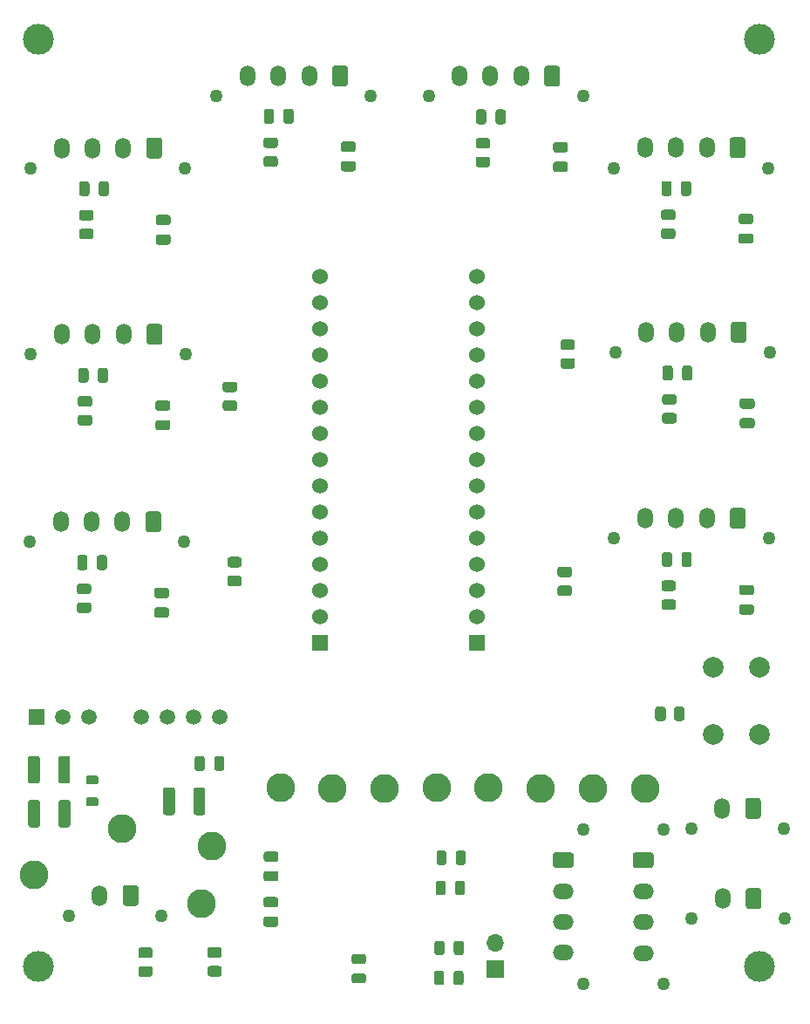
<source format=gbs>
G04 #@! TF.GenerationSoftware,KiCad,Pcbnew,(5.1.9)-1*
G04 #@! TF.CreationDate,2021-04-03T20:33:06-05:00*
G04 #@! TF.ProjectId,RTDTemp,52544454-656d-4702-9e6b-696361645f70,1.0.0*
G04 #@! TF.SameCoordinates,Original*
G04 #@! TF.FileFunction,Soldermask,Bot*
G04 #@! TF.FilePolarity,Negative*
%FSLAX46Y46*%
G04 Gerber Fmt 4.6, Leading zero omitted, Abs format (unit mm)*
G04 Created by KiCad (PCBNEW (5.1.9)-1) date 2021-04-03 20:33:06*
%MOMM*%
%LPD*%
G01*
G04 APERTURE LIST*
%ADD10R,1.700000X1.700000*%
%ADD11O,1.700000X1.700000*%
%ADD12C,2.800000*%
%ADD13C,1.270000*%
%ADD14O,2.020000X1.500000*%
%ADD15O,1.500000X2.020000*%
%ADD16R,1.508000X1.508000*%
%ADD17C,1.508000*%
%ADD18R,1.530000X1.530000*%
%ADD19C,1.530000*%
%ADD20C,2.000000*%
%ADD21C,3.000000*%
G04 APERTURE END LIST*
D10*
X69370000Y-115240000D03*
D11*
X69370000Y-112700000D03*
D12*
X78870000Y-97700000D03*
D13*
X77910000Y-101680000D03*
X77910000Y-116680000D03*
G36*
G01*
X75190000Y-103930000D02*
X76710000Y-103930000D01*
G75*
G02*
X76960000Y-104180000I0J-250000D01*
G01*
X76960000Y-105180000D01*
G75*
G02*
X76710000Y-105430000I-250000J0D01*
G01*
X75190000Y-105430000D01*
G75*
G02*
X74940000Y-105180000I0J250000D01*
G01*
X74940000Y-104180000D01*
G75*
G02*
X75190000Y-103930000I250000J0D01*
G01*
G37*
D14*
X75950000Y-107680000D03*
X75950000Y-110680000D03*
X75950000Y-113680000D03*
D13*
X85675000Y-101690000D03*
X85675000Y-116690000D03*
G36*
G01*
X82955000Y-103940000D02*
X84475000Y-103940000D01*
G75*
G02*
X84725000Y-104190000I0J-250000D01*
G01*
X84725000Y-105190000D01*
G75*
G02*
X84475000Y-105440000I-250000J0D01*
G01*
X82955000Y-105440000D01*
G75*
G02*
X82705000Y-105190000I0J250000D01*
G01*
X82705000Y-104190000D01*
G75*
G02*
X82955000Y-103940000I250000J0D01*
G01*
G37*
D14*
X83715000Y-107690000D03*
X83715000Y-110690000D03*
X83715000Y-113690000D03*
G36*
G01*
X86650001Y-80385000D02*
X85749999Y-80385000D01*
G75*
G02*
X85500000Y-80135001I0J249999D01*
G01*
X85500000Y-79609999D01*
G75*
G02*
X85749999Y-79360000I249999J0D01*
G01*
X86650001Y-79360000D01*
G75*
G02*
X86900000Y-79609999I0J-249999D01*
G01*
X86900000Y-80135001D01*
G75*
G02*
X86650001Y-80385000I-249999J0D01*
G01*
G37*
G36*
G01*
X86650001Y-78560000D02*
X85749999Y-78560000D01*
G75*
G02*
X85500000Y-78310001I0J249999D01*
G01*
X85500000Y-77784999D01*
G75*
G02*
X85749999Y-77535000I249999J0D01*
G01*
X86650001Y-77535000D01*
G75*
G02*
X86900000Y-77784999I0J-249999D01*
G01*
X86900000Y-78310001D01*
G75*
G02*
X86650001Y-78560000I-249999J0D01*
G01*
G37*
D15*
X83900000Y-71500000D03*
X86900000Y-71500000D03*
X89900000Y-71500000D03*
G36*
G01*
X93650000Y-70740000D02*
X93650000Y-72260000D01*
G75*
G02*
X93400000Y-72510000I-250000J0D01*
G01*
X92400000Y-72510000D01*
G75*
G02*
X92150000Y-72260000I0J250000D01*
G01*
X92150000Y-70740000D01*
G75*
G02*
X92400000Y-70490000I250000J0D01*
G01*
X93400000Y-70490000D01*
G75*
G02*
X93650000Y-70740000I0J-250000D01*
G01*
G37*
D13*
X80900000Y-73460000D03*
X95900000Y-73460000D03*
G36*
G01*
X88440000Y-75025000D02*
X88440000Y-75975000D01*
G75*
G02*
X88190000Y-76225000I-250000J0D01*
G01*
X87690000Y-76225000D01*
G75*
G02*
X87440000Y-75975000I0J250000D01*
G01*
X87440000Y-75025000D01*
G75*
G02*
X87690000Y-74775000I250000J0D01*
G01*
X88190000Y-74775000D01*
G75*
G02*
X88440000Y-75025000I0J-250000D01*
G01*
G37*
G36*
G01*
X86540000Y-75025000D02*
X86540000Y-75975000D01*
G75*
G02*
X86290000Y-76225000I-250000J0D01*
G01*
X85790000Y-76225000D01*
G75*
G02*
X85540000Y-75975000I0J250000D01*
G01*
X85540000Y-75025000D01*
G75*
G02*
X85790000Y-74775000I250000J0D01*
G01*
X86290000Y-74775000D01*
G75*
G02*
X86540000Y-75025000I0J-250000D01*
G01*
G37*
G36*
G01*
X94225000Y-80860000D02*
X93275000Y-80860000D01*
G75*
G02*
X93025000Y-80610000I0J250000D01*
G01*
X93025000Y-80110000D01*
G75*
G02*
X93275000Y-79860000I250000J0D01*
G01*
X94225000Y-79860000D01*
G75*
G02*
X94475000Y-80110000I0J-250000D01*
G01*
X94475000Y-80610000D01*
G75*
G02*
X94225000Y-80860000I-250000J0D01*
G01*
G37*
G36*
G01*
X94225000Y-78960000D02*
X93275000Y-78960000D01*
G75*
G02*
X93025000Y-78710000I0J250000D01*
G01*
X93025000Y-78210000D01*
G75*
G02*
X93275000Y-77960000I250000J0D01*
G01*
X94225000Y-77960000D01*
G75*
G02*
X94475000Y-78210000I0J-250000D01*
G01*
X94475000Y-78710000D01*
G75*
G02*
X94225000Y-78960000I-250000J0D01*
G01*
G37*
G36*
G01*
X29870001Y-78870000D02*
X28969999Y-78870000D01*
G75*
G02*
X28720000Y-78620001I0J249999D01*
G01*
X28720000Y-78094999D01*
G75*
G02*
X28969999Y-77845000I249999J0D01*
G01*
X29870001Y-77845000D01*
G75*
G02*
X30120000Y-78094999I0J-249999D01*
G01*
X30120000Y-78620001D01*
G75*
G02*
X29870001Y-78870000I-249999J0D01*
G01*
G37*
G36*
G01*
X29870001Y-80695000D02*
X28969999Y-80695000D01*
G75*
G02*
X28720000Y-80445001I0J249999D01*
G01*
X28720000Y-79919999D01*
G75*
G02*
X28969999Y-79670000I249999J0D01*
G01*
X29870001Y-79670000D01*
G75*
G02*
X30120000Y-79919999I0J-249999D01*
G01*
X30120000Y-80445001D01*
G75*
G02*
X29870001Y-80695000I-249999J0D01*
G01*
G37*
X39160000Y-73800000D03*
X24160000Y-73800000D03*
G36*
G01*
X36910000Y-71080000D02*
X36910000Y-72600000D01*
G75*
G02*
X36660000Y-72850000I-250000J0D01*
G01*
X35660000Y-72850000D01*
G75*
G02*
X35410000Y-72600000I0J250000D01*
G01*
X35410000Y-71080000D01*
G75*
G02*
X35660000Y-70830000I250000J0D01*
G01*
X36660000Y-70830000D01*
G75*
G02*
X36910000Y-71080000I0J-250000D01*
G01*
G37*
D15*
X33160000Y-71840000D03*
X30160000Y-71840000D03*
X27160000Y-71840000D03*
G36*
G01*
X29760000Y-75325000D02*
X29760000Y-76275000D01*
G75*
G02*
X29510000Y-76525000I-250000J0D01*
G01*
X29010000Y-76525000D01*
G75*
G02*
X28760000Y-76275000I0J250000D01*
G01*
X28760000Y-75325000D01*
G75*
G02*
X29010000Y-75075000I250000J0D01*
G01*
X29510000Y-75075000D01*
G75*
G02*
X29760000Y-75325000I0J-250000D01*
G01*
G37*
G36*
G01*
X31660000Y-75325000D02*
X31660000Y-76275000D01*
G75*
G02*
X31410000Y-76525000I-250000J0D01*
G01*
X30910000Y-76525000D01*
G75*
G02*
X30660000Y-76275000I0J250000D01*
G01*
X30660000Y-75325000D01*
G75*
G02*
X30910000Y-75075000I250000J0D01*
G01*
X31410000Y-75075000D01*
G75*
G02*
X31660000Y-75325000I0J-250000D01*
G01*
G37*
G36*
G01*
X37435000Y-79250000D02*
X36485000Y-79250000D01*
G75*
G02*
X36235000Y-79000000I0J250000D01*
G01*
X36235000Y-78500000D01*
G75*
G02*
X36485000Y-78250000I250000J0D01*
G01*
X37435000Y-78250000D01*
G75*
G02*
X37685000Y-78500000I0J-250000D01*
G01*
X37685000Y-79000000D01*
G75*
G02*
X37435000Y-79250000I-250000J0D01*
G01*
G37*
G36*
G01*
X37435000Y-81150000D02*
X36485000Y-81150000D01*
G75*
G02*
X36235000Y-80900000I0J250000D01*
G01*
X36235000Y-80400000D01*
G75*
G02*
X36485000Y-80150000I250000J0D01*
G01*
X37435000Y-80150000D01*
G75*
G02*
X37685000Y-80400000I0J-250000D01*
G01*
X37685000Y-80900000D01*
G75*
G02*
X37435000Y-81150000I-250000J0D01*
G01*
G37*
G36*
G01*
X86710001Y-60472500D02*
X85809999Y-60472500D01*
G75*
G02*
X85560000Y-60222501I0J249999D01*
G01*
X85560000Y-59697499D01*
G75*
G02*
X85809999Y-59447500I249999J0D01*
G01*
X86710001Y-59447500D01*
G75*
G02*
X86960000Y-59697499I0J-249999D01*
G01*
X86960000Y-60222501D01*
G75*
G02*
X86710001Y-60472500I-249999J0D01*
G01*
G37*
G36*
G01*
X86710001Y-62297500D02*
X85809999Y-62297500D01*
G75*
G02*
X85560000Y-62047501I0J249999D01*
G01*
X85560000Y-61522499D01*
G75*
G02*
X85809999Y-61272500I249999J0D01*
G01*
X86710001Y-61272500D01*
G75*
G02*
X86960000Y-61522499I0J-249999D01*
G01*
X86960000Y-62047501D01*
G75*
G02*
X86710001Y-62297500I-249999J0D01*
G01*
G37*
D13*
X96000000Y-55390000D03*
X81000000Y-55390000D03*
G36*
G01*
X93750000Y-52670000D02*
X93750000Y-54190000D01*
G75*
G02*
X93500000Y-54440000I-250000J0D01*
G01*
X92500000Y-54440000D01*
G75*
G02*
X92250000Y-54190000I0J250000D01*
G01*
X92250000Y-52670000D01*
G75*
G02*
X92500000Y-52420000I250000J0D01*
G01*
X93500000Y-52420000D01*
G75*
G02*
X93750000Y-52670000I0J-250000D01*
G01*
G37*
D15*
X90000000Y-53430000D03*
X87000000Y-53430000D03*
X84000000Y-53430000D03*
G36*
G01*
X86600000Y-56925000D02*
X86600000Y-57875000D01*
G75*
G02*
X86350000Y-58125000I-250000J0D01*
G01*
X85850000Y-58125000D01*
G75*
G02*
X85600000Y-57875000I0J250000D01*
G01*
X85600000Y-56925000D01*
G75*
G02*
X85850000Y-56675000I250000J0D01*
G01*
X86350000Y-56675000D01*
G75*
G02*
X86600000Y-56925000I0J-250000D01*
G01*
G37*
G36*
G01*
X88500000Y-56925000D02*
X88500000Y-57875000D01*
G75*
G02*
X88250000Y-58125000I-250000J0D01*
G01*
X87750000Y-58125000D01*
G75*
G02*
X87500000Y-57875000I0J250000D01*
G01*
X87500000Y-56925000D01*
G75*
G02*
X87750000Y-56675000I250000J0D01*
G01*
X88250000Y-56675000D01*
G75*
G02*
X88500000Y-56925000I0J-250000D01*
G01*
G37*
G36*
G01*
X94295000Y-60860000D02*
X93345000Y-60860000D01*
G75*
G02*
X93095000Y-60610000I0J250000D01*
G01*
X93095000Y-60110000D01*
G75*
G02*
X93345000Y-59860000I250000J0D01*
G01*
X94295000Y-59860000D01*
G75*
G02*
X94545000Y-60110000I0J-250000D01*
G01*
X94545000Y-60610000D01*
G75*
G02*
X94295000Y-60860000I-250000J0D01*
G01*
G37*
G36*
G01*
X94295000Y-62760000D02*
X93345000Y-62760000D01*
G75*
G02*
X93095000Y-62510000I0J250000D01*
G01*
X93095000Y-62010000D01*
G75*
G02*
X93345000Y-61760000I250000J0D01*
G01*
X94295000Y-61760000D01*
G75*
G02*
X94545000Y-62010000I0J-250000D01*
G01*
X94545000Y-62510000D01*
G75*
G02*
X94295000Y-62760000I-250000J0D01*
G01*
G37*
G36*
G01*
X29970001Y-60670000D02*
X29069999Y-60670000D01*
G75*
G02*
X28820000Y-60420001I0J249999D01*
G01*
X28820000Y-59894999D01*
G75*
G02*
X29069999Y-59645000I249999J0D01*
G01*
X29970001Y-59645000D01*
G75*
G02*
X30220000Y-59894999I0J-249999D01*
G01*
X30220000Y-60420001D01*
G75*
G02*
X29970001Y-60670000I-249999J0D01*
G01*
G37*
G36*
G01*
X29970001Y-62495000D02*
X29069999Y-62495000D01*
G75*
G02*
X28820000Y-62245001I0J249999D01*
G01*
X28820000Y-61719999D01*
G75*
G02*
X29069999Y-61470000I249999J0D01*
G01*
X29970001Y-61470000D01*
G75*
G02*
X30220000Y-61719999I0J-249999D01*
G01*
X30220000Y-62245001D01*
G75*
G02*
X29970001Y-62495000I-249999J0D01*
G01*
G37*
D13*
X39270000Y-55600000D03*
X24270000Y-55600000D03*
G36*
G01*
X37020000Y-52880000D02*
X37020000Y-54400000D01*
G75*
G02*
X36770000Y-54650000I-250000J0D01*
G01*
X35770000Y-54650000D01*
G75*
G02*
X35520000Y-54400000I0J250000D01*
G01*
X35520000Y-52880000D01*
G75*
G02*
X35770000Y-52630000I250000J0D01*
G01*
X36770000Y-52630000D01*
G75*
G02*
X37020000Y-52880000I0J-250000D01*
G01*
G37*
D15*
X33270000Y-53640000D03*
X30270000Y-53640000D03*
X27270000Y-53640000D03*
G36*
G01*
X29860000Y-57145000D02*
X29860000Y-58095000D01*
G75*
G02*
X29610000Y-58345000I-250000J0D01*
G01*
X29110000Y-58345000D01*
G75*
G02*
X28860000Y-58095000I0J250000D01*
G01*
X28860000Y-57145000D01*
G75*
G02*
X29110000Y-56895000I250000J0D01*
G01*
X29610000Y-56895000D01*
G75*
G02*
X29860000Y-57145000I0J-250000D01*
G01*
G37*
G36*
G01*
X31760000Y-57145000D02*
X31760000Y-58095000D01*
G75*
G02*
X31510000Y-58345000I-250000J0D01*
G01*
X31010000Y-58345000D01*
G75*
G02*
X30760000Y-58095000I0J250000D01*
G01*
X30760000Y-57145000D01*
G75*
G02*
X31010000Y-56895000I250000J0D01*
G01*
X31510000Y-56895000D01*
G75*
G02*
X31760000Y-57145000I0J-250000D01*
G01*
G37*
G36*
G01*
X37555000Y-61060000D02*
X36605000Y-61060000D01*
G75*
G02*
X36355000Y-60810000I0J250000D01*
G01*
X36355000Y-60310000D01*
G75*
G02*
X36605000Y-60060000I250000J0D01*
G01*
X37555000Y-60060000D01*
G75*
G02*
X37805000Y-60310000I0J-250000D01*
G01*
X37805000Y-60810000D01*
G75*
G02*
X37555000Y-61060000I-250000J0D01*
G01*
G37*
G36*
G01*
X37555000Y-62960000D02*
X36605000Y-62960000D01*
G75*
G02*
X36355000Y-62710000I0J250000D01*
G01*
X36355000Y-62210000D01*
G75*
G02*
X36605000Y-61960000I250000J0D01*
G01*
X37555000Y-61960000D01*
G75*
G02*
X37805000Y-62210000I0J-250000D01*
G01*
X37805000Y-62710000D01*
G75*
G02*
X37555000Y-62960000I-250000J0D01*
G01*
G37*
G36*
G01*
X86600001Y-44385000D02*
X85699999Y-44385000D01*
G75*
G02*
X85450000Y-44135001I0J249999D01*
G01*
X85450000Y-43609999D01*
G75*
G02*
X85699999Y-43360000I249999J0D01*
G01*
X86600001Y-43360000D01*
G75*
G02*
X86850000Y-43609999I0J-249999D01*
G01*
X86850000Y-44135001D01*
G75*
G02*
X86600001Y-44385000I-249999J0D01*
G01*
G37*
G36*
G01*
X86600001Y-42560000D02*
X85699999Y-42560000D01*
G75*
G02*
X85450000Y-42310001I0J249999D01*
G01*
X85450000Y-41784999D01*
G75*
G02*
X85699999Y-41535000I249999J0D01*
G01*
X86600001Y-41535000D01*
G75*
G02*
X86850000Y-41784999I0J-249999D01*
G01*
X86850000Y-42310001D01*
G75*
G02*
X86600001Y-42560000I-249999J0D01*
G01*
G37*
X83890000Y-35530000D03*
X86890000Y-35530000D03*
X89890000Y-35530000D03*
G36*
G01*
X93640000Y-34770000D02*
X93640000Y-36290000D01*
G75*
G02*
X93390000Y-36540000I-250000J0D01*
G01*
X92390000Y-36540000D01*
G75*
G02*
X92140000Y-36290000I0J250000D01*
G01*
X92140000Y-34770000D01*
G75*
G02*
X92390000Y-34520000I250000J0D01*
G01*
X93390000Y-34520000D01*
G75*
G02*
X93640000Y-34770000I0J-250000D01*
G01*
G37*
D13*
X80890000Y-37490000D03*
X95890000Y-37490000D03*
G36*
G01*
X88390000Y-39015000D02*
X88390000Y-39965000D01*
G75*
G02*
X88140000Y-40215000I-250000J0D01*
G01*
X87640000Y-40215000D01*
G75*
G02*
X87390000Y-39965000I0J250000D01*
G01*
X87390000Y-39015000D01*
G75*
G02*
X87640000Y-38765000I250000J0D01*
G01*
X88140000Y-38765000D01*
G75*
G02*
X88390000Y-39015000I0J-250000D01*
G01*
G37*
G36*
G01*
X86490000Y-39015000D02*
X86490000Y-39965000D01*
G75*
G02*
X86240000Y-40215000I-250000J0D01*
G01*
X85740000Y-40215000D01*
G75*
G02*
X85490000Y-39965000I0J250000D01*
G01*
X85490000Y-39015000D01*
G75*
G02*
X85740000Y-38765000I250000J0D01*
G01*
X86240000Y-38765000D01*
G75*
G02*
X86490000Y-39015000I0J-250000D01*
G01*
G37*
G36*
G01*
X94175000Y-44850000D02*
X93225000Y-44850000D01*
G75*
G02*
X92975000Y-44600000I0J250000D01*
G01*
X92975000Y-44100000D01*
G75*
G02*
X93225000Y-43850000I250000J0D01*
G01*
X94175000Y-43850000D01*
G75*
G02*
X94425000Y-44100000I0J-250000D01*
G01*
X94425000Y-44600000D01*
G75*
G02*
X94175000Y-44850000I-250000J0D01*
G01*
G37*
G36*
G01*
X94175000Y-42950000D02*
X93225000Y-42950000D01*
G75*
G02*
X92975000Y-42700000I0J250000D01*
G01*
X92975000Y-42200000D01*
G75*
G02*
X93225000Y-41950000I250000J0D01*
G01*
X94175000Y-41950000D01*
G75*
G02*
X94425000Y-42200000I0J-250000D01*
G01*
X94425000Y-42700000D01*
G75*
G02*
X94175000Y-42950000I-250000J0D01*
G01*
G37*
G36*
G01*
X68610001Y-35600000D02*
X67709999Y-35600000D01*
G75*
G02*
X67460000Y-35350001I0J249999D01*
G01*
X67460000Y-34824999D01*
G75*
G02*
X67709999Y-34575000I249999J0D01*
G01*
X68610001Y-34575000D01*
G75*
G02*
X68860000Y-34824999I0J-249999D01*
G01*
X68860000Y-35350001D01*
G75*
G02*
X68610001Y-35600000I-249999J0D01*
G01*
G37*
G36*
G01*
X68610001Y-37425000D02*
X67709999Y-37425000D01*
G75*
G02*
X67460000Y-37175001I0J249999D01*
G01*
X67460000Y-36649999D01*
G75*
G02*
X67709999Y-36400000I249999J0D01*
G01*
X68610001Y-36400000D01*
G75*
G02*
X68860000Y-36649999I0J-249999D01*
G01*
X68860000Y-37175001D01*
G75*
G02*
X68610001Y-37425000I-249999J0D01*
G01*
G37*
X77880000Y-30540000D03*
X62880000Y-30540000D03*
G36*
G01*
X75630000Y-27820000D02*
X75630000Y-29340000D01*
G75*
G02*
X75380000Y-29590000I-250000J0D01*
G01*
X74380000Y-29590000D01*
G75*
G02*
X74130000Y-29340000I0J250000D01*
G01*
X74130000Y-27820000D01*
G75*
G02*
X74380000Y-27570000I250000J0D01*
G01*
X75380000Y-27570000D01*
G75*
G02*
X75630000Y-27820000I0J-250000D01*
G01*
G37*
D15*
X71880000Y-28580000D03*
X68880000Y-28580000D03*
X65880000Y-28580000D03*
G36*
G01*
X68480000Y-32055000D02*
X68480000Y-33005000D01*
G75*
G02*
X68230000Y-33255000I-250000J0D01*
G01*
X67730000Y-33255000D01*
G75*
G02*
X67480000Y-33005000I0J250000D01*
G01*
X67480000Y-32055000D01*
G75*
G02*
X67730000Y-31805000I250000J0D01*
G01*
X68230000Y-31805000D01*
G75*
G02*
X68480000Y-32055000I0J-250000D01*
G01*
G37*
G36*
G01*
X70380000Y-32055000D02*
X70380000Y-33005000D01*
G75*
G02*
X70130000Y-33255000I-250000J0D01*
G01*
X69630000Y-33255000D01*
G75*
G02*
X69380000Y-33005000I0J250000D01*
G01*
X69380000Y-32055000D01*
G75*
G02*
X69630000Y-31805000I250000J0D01*
G01*
X70130000Y-31805000D01*
G75*
G02*
X70380000Y-32055000I0J-250000D01*
G01*
G37*
G36*
G01*
X76165000Y-35990000D02*
X75215000Y-35990000D01*
G75*
G02*
X74965000Y-35740000I0J250000D01*
G01*
X74965000Y-35240000D01*
G75*
G02*
X75215000Y-34990000I250000J0D01*
G01*
X76165000Y-34990000D01*
G75*
G02*
X76415000Y-35240000I0J-250000D01*
G01*
X76415000Y-35740000D01*
G75*
G02*
X76165000Y-35990000I-250000J0D01*
G01*
G37*
G36*
G01*
X76165000Y-37890000D02*
X75215000Y-37890000D01*
G75*
G02*
X74965000Y-37640000I0J250000D01*
G01*
X74965000Y-37140000D01*
G75*
G02*
X75215000Y-36890000I250000J0D01*
G01*
X76165000Y-36890000D01*
G75*
G02*
X76415000Y-37140000I0J-250000D01*
G01*
X76415000Y-37640000D01*
G75*
G02*
X76165000Y-37890000I-250000J0D01*
G01*
G37*
G36*
G01*
X48000001Y-35560000D02*
X47099999Y-35560000D01*
G75*
G02*
X46850000Y-35310001I0J249999D01*
G01*
X46850000Y-34784999D01*
G75*
G02*
X47099999Y-34535000I249999J0D01*
G01*
X48000001Y-34535000D01*
G75*
G02*
X48250000Y-34784999I0J-249999D01*
G01*
X48250000Y-35310001D01*
G75*
G02*
X48000001Y-35560000I-249999J0D01*
G01*
G37*
G36*
G01*
X48000001Y-37385000D02*
X47099999Y-37385000D01*
G75*
G02*
X46850000Y-37135001I0J249999D01*
G01*
X46850000Y-36609999D01*
G75*
G02*
X47099999Y-36360000I249999J0D01*
G01*
X48000001Y-36360000D01*
G75*
G02*
X48250000Y-36609999I0J-249999D01*
G01*
X48250000Y-37135001D01*
G75*
G02*
X48000001Y-37385000I-249999J0D01*
G01*
G37*
D13*
X57290000Y-30510000D03*
X42290000Y-30510000D03*
G36*
G01*
X55040000Y-27790000D02*
X55040000Y-29310000D01*
G75*
G02*
X54790000Y-29560000I-250000J0D01*
G01*
X53790000Y-29560000D01*
G75*
G02*
X53540000Y-29310000I0J250000D01*
G01*
X53540000Y-27790000D01*
G75*
G02*
X53790000Y-27540000I250000J0D01*
G01*
X54790000Y-27540000D01*
G75*
G02*
X55040000Y-27790000I0J-250000D01*
G01*
G37*
D15*
X51290000Y-28550000D03*
X48290000Y-28550000D03*
X45290000Y-28550000D03*
G36*
G01*
X47880000Y-32005000D02*
X47880000Y-32955000D01*
G75*
G02*
X47630000Y-33205000I-250000J0D01*
G01*
X47130000Y-33205000D01*
G75*
G02*
X46880000Y-32955000I0J250000D01*
G01*
X46880000Y-32005000D01*
G75*
G02*
X47130000Y-31755000I250000J0D01*
G01*
X47630000Y-31755000D01*
G75*
G02*
X47880000Y-32005000I0J-250000D01*
G01*
G37*
G36*
G01*
X49780000Y-32005000D02*
X49780000Y-32955000D01*
G75*
G02*
X49530000Y-33205000I-250000J0D01*
G01*
X49030000Y-33205000D01*
G75*
G02*
X48780000Y-32955000I0J250000D01*
G01*
X48780000Y-32005000D01*
G75*
G02*
X49030000Y-31755000I250000J0D01*
G01*
X49530000Y-31755000D01*
G75*
G02*
X49780000Y-32005000I0J-250000D01*
G01*
G37*
G36*
G01*
X55565000Y-35930000D02*
X54615000Y-35930000D01*
G75*
G02*
X54365000Y-35680000I0J250000D01*
G01*
X54365000Y-35180000D01*
G75*
G02*
X54615000Y-34930000I250000J0D01*
G01*
X55565000Y-34930000D01*
G75*
G02*
X55815000Y-35180000I0J-250000D01*
G01*
X55815000Y-35680000D01*
G75*
G02*
X55565000Y-35930000I-250000J0D01*
G01*
G37*
G36*
G01*
X55565000Y-37830000D02*
X54615000Y-37830000D01*
G75*
G02*
X54365000Y-37580000I0J250000D01*
G01*
X54365000Y-37080000D01*
G75*
G02*
X54615000Y-36830000I250000J0D01*
G01*
X55565000Y-36830000D01*
G75*
G02*
X55815000Y-37080000I0J-250000D01*
G01*
X55815000Y-37580000D01*
G75*
G02*
X55565000Y-37830000I-250000J0D01*
G01*
G37*
G36*
G01*
X30100001Y-42600000D02*
X29199999Y-42600000D01*
G75*
G02*
X28950000Y-42350001I0J249999D01*
G01*
X28950000Y-41824999D01*
G75*
G02*
X29199999Y-41575000I249999J0D01*
G01*
X30100001Y-41575000D01*
G75*
G02*
X30350000Y-41824999I0J-249999D01*
G01*
X30350000Y-42350001D01*
G75*
G02*
X30100001Y-42600000I-249999J0D01*
G01*
G37*
G36*
G01*
X30100001Y-44425000D02*
X29199999Y-44425000D01*
G75*
G02*
X28950000Y-44175001I0J249999D01*
G01*
X28950000Y-43649999D01*
G75*
G02*
X29199999Y-43400000I249999J0D01*
G01*
X30100001Y-43400000D01*
G75*
G02*
X30350000Y-43649999I0J-249999D01*
G01*
X30350000Y-44175001D01*
G75*
G02*
X30100001Y-44425000I-249999J0D01*
G01*
G37*
D13*
X39240000Y-37510000D03*
X24240000Y-37510000D03*
G36*
G01*
X36990000Y-34790000D02*
X36990000Y-36310000D01*
G75*
G02*
X36740000Y-36560000I-250000J0D01*
G01*
X35740000Y-36560000D01*
G75*
G02*
X35490000Y-36310000I0J250000D01*
G01*
X35490000Y-34790000D01*
G75*
G02*
X35740000Y-34540000I250000J0D01*
G01*
X36740000Y-34540000D01*
G75*
G02*
X36990000Y-34790000I0J-250000D01*
G01*
G37*
D15*
X33240000Y-35550000D03*
X30240000Y-35550000D03*
X27240000Y-35550000D03*
G36*
G01*
X29950000Y-39035000D02*
X29950000Y-39985000D01*
G75*
G02*
X29700000Y-40235000I-250000J0D01*
G01*
X29200000Y-40235000D01*
G75*
G02*
X28950000Y-39985000I0J250000D01*
G01*
X28950000Y-39035000D01*
G75*
G02*
X29200000Y-38785000I250000J0D01*
G01*
X29700000Y-38785000D01*
G75*
G02*
X29950000Y-39035000I0J-250000D01*
G01*
G37*
G36*
G01*
X31850000Y-39035000D02*
X31850000Y-39985000D01*
G75*
G02*
X31600000Y-40235000I-250000J0D01*
G01*
X31100000Y-40235000D01*
G75*
G02*
X30850000Y-39985000I0J250000D01*
G01*
X30850000Y-39035000D01*
G75*
G02*
X31100000Y-38785000I250000J0D01*
G01*
X31600000Y-38785000D01*
G75*
G02*
X31850000Y-39035000I0J-250000D01*
G01*
G37*
G36*
G01*
X37585000Y-43040000D02*
X36635000Y-43040000D01*
G75*
G02*
X36385000Y-42790000I0J250000D01*
G01*
X36385000Y-42290000D01*
G75*
G02*
X36635000Y-42040000I250000J0D01*
G01*
X37585000Y-42040000D01*
G75*
G02*
X37835000Y-42290000I0J-250000D01*
G01*
X37835000Y-42790000D01*
G75*
G02*
X37585000Y-43040000I-250000J0D01*
G01*
G37*
G36*
G01*
X37585000Y-44940000D02*
X36635000Y-44940000D01*
G75*
G02*
X36385000Y-44690000I0J250000D01*
G01*
X36385000Y-44190000D01*
G75*
G02*
X36635000Y-43940000I250000J0D01*
G01*
X37585000Y-43940000D01*
G75*
G02*
X37835000Y-44190000I0J-250000D01*
G01*
X37835000Y-44690000D01*
G75*
G02*
X37585000Y-44940000I-250000J0D01*
G01*
G37*
D16*
X24800000Y-90810000D03*
D17*
X27340000Y-90810000D03*
X29880000Y-90810000D03*
X34960000Y-90810000D03*
X37500000Y-90810000D03*
X40040000Y-90810000D03*
X42580000Y-90810000D03*
D18*
X52380000Y-83615000D03*
D19*
X52380000Y-81075000D03*
X52380000Y-78535000D03*
X52380000Y-75995000D03*
X52380000Y-73455000D03*
X52380000Y-70915000D03*
X52380000Y-68375000D03*
X52380000Y-65835000D03*
X52380000Y-63295000D03*
X52380000Y-60755000D03*
X52380000Y-58215000D03*
X52380000Y-55675000D03*
X52380000Y-53135000D03*
X52380000Y-50595000D03*
X52380000Y-48055000D03*
D18*
X67620000Y-83615000D03*
D19*
X67620000Y-81075000D03*
X67620000Y-78535000D03*
X67620000Y-75995000D03*
X67620000Y-73455000D03*
X67620000Y-70915000D03*
X67620000Y-68375000D03*
X67620000Y-65835000D03*
X67620000Y-63295000D03*
X67620000Y-60755000D03*
X67620000Y-58215000D03*
X67620000Y-55675000D03*
X67620000Y-53135000D03*
X67620000Y-50595000D03*
X67620000Y-48055000D03*
D12*
X41880000Y-103300000D03*
X40850000Y-108920000D03*
X24540000Y-106150000D03*
X33160000Y-101590000D03*
D20*
X90500000Y-86000000D03*
X95000000Y-86000000D03*
X90500000Y-92500000D03*
X95000000Y-92500000D03*
G36*
G01*
X44490001Y-76270000D02*
X43589999Y-76270000D01*
G75*
G02*
X43340000Y-76020001I0J249999D01*
G01*
X43340000Y-75494999D01*
G75*
G02*
X43589999Y-75245000I249999J0D01*
G01*
X44490001Y-75245000D01*
G75*
G02*
X44740000Y-75494999I0J-249999D01*
G01*
X44740000Y-76020001D01*
G75*
G02*
X44490001Y-76270000I-249999J0D01*
G01*
G37*
G36*
G01*
X44490001Y-78095000D02*
X43589999Y-78095000D01*
G75*
G02*
X43340000Y-77845001I0J249999D01*
G01*
X43340000Y-77319999D01*
G75*
G02*
X43589999Y-77070000I249999J0D01*
G01*
X44490001Y-77070000D01*
G75*
G02*
X44740000Y-77319999I0J-249999D01*
G01*
X44740000Y-77845001D01*
G75*
G02*
X44490001Y-78095000I-249999J0D01*
G01*
G37*
G36*
G01*
X43139999Y-60060000D02*
X44040001Y-60060000D01*
G75*
G02*
X44290000Y-60309999I0J-249999D01*
G01*
X44290000Y-60835001D01*
G75*
G02*
X44040001Y-61085000I-249999J0D01*
G01*
X43139999Y-61085000D01*
G75*
G02*
X42890000Y-60835001I0J249999D01*
G01*
X42890000Y-60309999D01*
G75*
G02*
X43139999Y-60060000I249999J0D01*
G01*
G37*
G36*
G01*
X43139999Y-58235000D02*
X44040001Y-58235000D01*
G75*
G02*
X44290000Y-58484999I0J-249999D01*
G01*
X44290000Y-59010001D01*
G75*
G02*
X44040001Y-59260000I-249999J0D01*
G01*
X43139999Y-59260000D01*
G75*
G02*
X42890000Y-59010001I0J249999D01*
G01*
X42890000Y-58484999D01*
G75*
G02*
X43139999Y-58235000I249999J0D01*
G01*
G37*
G36*
G01*
X35840001Y-114187500D02*
X34939999Y-114187500D01*
G75*
G02*
X34690000Y-113937501I0J249999D01*
G01*
X34690000Y-113412499D01*
G75*
G02*
X34939999Y-113162500I249999J0D01*
G01*
X35840001Y-113162500D01*
G75*
G02*
X36090000Y-113412499I0J-249999D01*
G01*
X36090000Y-113937501D01*
G75*
G02*
X35840001Y-114187500I-249999J0D01*
G01*
G37*
G36*
G01*
X35840001Y-116012500D02*
X34939999Y-116012500D01*
G75*
G02*
X34690000Y-115762501I0J249999D01*
G01*
X34690000Y-115237499D01*
G75*
G02*
X34939999Y-114987500I249999J0D01*
G01*
X35840001Y-114987500D01*
G75*
G02*
X36090000Y-115237499I0J-249999D01*
G01*
X36090000Y-115762501D01*
G75*
G02*
X35840001Y-116012500I-249999J0D01*
G01*
G37*
G36*
G01*
X85910000Y-90029999D02*
X85910000Y-90930001D01*
G75*
G02*
X85660001Y-91180000I-249999J0D01*
G01*
X85134999Y-91180000D01*
G75*
G02*
X84885000Y-90930001I0J249999D01*
G01*
X84885000Y-90029999D01*
G75*
G02*
X85134999Y-89780000I249999J0D01*
G01*
X85660001Y-89780000D01*
G75*
G02*
X85910000Y-90029999I0J-249999D01*
G01*
G37*
G36*
G01*
X87735000Y-90029999D02*
X87735000Y-90930001D01*
G75*
G02*
X87485001Y-91180000I-249999J0D01*
G01*
X86959999Y-91180000D01*
G75*
G02*
X86710000Y-90930001I0J249999D01*
G01*
X86710000Y-90029999D01*
G75*
G02*
X86959999Y-89780000I249999J0D01*
G01*
X87485001Y-89780000D01*
G75*
G02*
X87735000Y-90029999I0J-249999D01*
G01*
G37*
G36*
G01*
X30601250Y-99460000D02*
X29838750Y-99460000D01*
G75*
G02*
X29620000Y-99241250I0J218750D01*
G01*
X29620000Y-98803750D01*
G75*
G02*
X29838750Y-98585000I218750J0D01*
G01*
X30601250Y-98585000D01*
G75*
G02*
X30820000Y-98803750I0J-218750D01*
G01*
X30820000Y-99241250D01*
G75*
G02*
X30601250Y-99460000I-218750J0D01*
G01*
G37*
G36*
G01*
X30601250Y-97335000D02*
X29838750Y-97335000D01*
G75*
G02*
X29620000Y-97116250I0J218750D01*
G01*
X29620000Y-96678750D01*
G75*
G02*
X29838750Y-96460000I218750J0D01*
G01*
X30601250Y-96460000D01*
G75*
G02*
X30820000Y-96678750I0J-218750D01*
G01*
X30820000Y-97116250D01*
G75*
G02*
X30601250Y-97335000I-218750J0D01*
G01*
G37*
D15*
X30950000Y-108120000D03*
G36*
G01*
X34700000Y-107360000D02*
X34700000Y-108880000D01*
G75*
G02*
X34450000Y-109130000I-250000J0D01*
G01*
X33450000Y-109130000D01*
G75*
G02*
X33200000Y-108880000I0J250000D01*
G01*
X33200000Y-107360000D01*
G75*
G02*
X33450000Y-107110000I250000J0D01*
G01*
X34450000Y-107110000D01*
G75*
G02*
X34700000Y-107360000I0J-250000D01*
G01*
G37*
D13*
X27950000Y-110080000D03*
X36950000Y-110080000D03*
X97392000Y-101620000D03*
X88392000Y-101620000D03*
G36*
G01*
X95142000Y-98900000D02*
X95142000Y-100420000D01*
G75*
G02*
X94892000Y-100670000I-250000J0D01*
G01*
X93892000Y-100670000D01*
G75*
G02*
X93642000Y-100420000I0J250000D01*
G01*
X93642000Y-98900000D01*
G75*
G02*
X93892000Y-98650000I250000J0D01*
G01*
X94892000Y-98650000D01*
G75*
G02*
X95142000Y-98900000I0J-250000D01*
G01*
G37*
D15*
X91392000Y-99660000D03*
G36*
G01*
X37100000Y-100070001D02*
X37100000Y-97869999D01*
G75*
G02*
X37349999Y-97620000I249999J0D01*
G01*
X38000001Y-97620000D01*
G75*
G02*
X38250000Y-97869999I0J-249999D01*
G01*
X38250000Y-100070001D01*
G75*
G02*
X38000001Y-100320000I-249999J0D01*
G01*
X37349999Y-100320000D01*
G75*
G02*
X37100000Y-100070001I0J249999D01*
G01*
G37*
G36*
G01*
X40050000Y-100070001D02*
X40050000Y-97869999D01*
G75*
G02*
X40299999Y-97620000I249999J0D01*
G01*
X40950001Y-97620000D01*
G75*
G02*
X41200000Y-97869999I0J-249999D01*
G01*
X41200000Y-100070001D01*
G75*
G02*
X40950001Y-100320000I-249999J0D01*
G01*
X40299999Y-100320000D01*
G75*
G02*
X40050000Y-100070001I0J249999D01*
G01*
G37*
G36*
G01*
X40160000Y-95775000D02*
X40160000Y-94825000D01*
G75*
G02*
X40410000Y-94575000I250000J0D01*
G01*
X40910000Y-94575000D01*
G75*
G02*
X41160000Y-94825000I0J-250000D01*
G01*
X41160000Y-95775000D01*
G75*
G02*
X40910000Y-96025000I-250000J0D01*
G01*
X40410000Y-96025000D01*
G75*
G02*
X40160000Y-95775000I0J250000D01*
G01*
G37*
G36*
G01*
X42060000Y-95775000D02*
X42060000Y-94825000D01*
G75*
G02*
X42310000Y-94575000I250000J0D01*
G01*
X42810000Y-94575000D01*
G75*
G02*
X43060000Y-94825000I0J-250000D01*
G01*
X43060000Y-95775000D01*
G75*
G02*
X42810000Y-96025000I-250000J0D01*
G01*
X42310000Y-96025000D01*
G75*
G02*
X42060000Y-95775000I0J250000D01*
G01*
G37*
G36*
G01*
X28080000Y-94809999D02*
X28080000Y-97010001D01*
G75*
G02*
X27830001Y-97260000I-249999J0D01*
G01*
X27179999Y-97260000D01*
G75*
G02*
X26930000Y-97010001I0J249999D01*
G01*
X26930000Y-94809999D01*
G75*
G02*
X27179999Y-94560000I249999J0D01*
G01*
X27830001Y-94560000D01*
G75*
G02*
X28080000Y-94809999I0J-249999D01*
G01*
G37*
G36*
G01*
X25130000Y-94809999D02*
X25130000Y-97010001D01*
G75*
G02*
X24880001Y-97260000I-249999J0D01*
G01*
X24229999Y-97260000D01*
G75*
G02*
X23980000Y-97010001I0J249999D01*
G01*
X23980000Y-94809999D01*
G75*
G02*
X24229999Y-94560000I249999J0D01*
G01*
X24880001Y-94560000D01*
G75*
G02*
X25130000Y-94809999I0J-249999D01*
G01*
G37*
G36*
G01*
X28100000Y-99069999D02*
X28100000Y-101270001D01*
G75*
G02*
X27850001Y-101520000I-249999J0D01*
G01*
X27199999Y-101520000D01*
G75*
G02*
X26950000Y-101270001I0J249999D01*
G01*
X26950000Y-99069999D01*
G75*
G02*
X27199999Y-98820000I249999J0D01*
G01*
X27850001Y-98820000D01*
G75*
G02*
X28100000Y-99069999I0J-249999D01*
G01*
G37*
G36*
G01*
X25150000Y-99069999D02*
X25150000Y-101270001D01*
G75*
G02*
X24900001Y-101520000I-249999J0D01*
G01*
X24249999Y-101520000D01*
G75*
G02*
X24000000Y-101270001I0J249999D01*
G01*
X24000000Y-99069999D01*
G75*
G02*
X24249999Y-98820000I249999J0D01*
G01*
X24900001Y-98820000D01*
G75*
G02*
X25150000Y-99069999I0J-249999D01*
G01*
G37*
D13*
X97442000Y-110370000D03*
X88442000Y-110370000D03*
G36*
G01*
X95192000Y-107650000D02*
X95192000Y-109170000D01*
G75*
G02*
X94942000Y-109420000I-250000J0D01*
G01*
X93942000Y-109420000D01*
G75*
G02*
X93692000Y-109170000I0J250000D01*
G01*
X93692000Y-107650000D01*
G75*
G02*
X93942000Y-107400000I250000J0D01*
G01*
X94942000Y-107400000D01*
G75*
G02*
X95192000Y-107650000I0J-250000D01*
G01*
G37*
D15*
X91442000Y-108410000D03*
D12*
X48530000Y-97670000D03*
X53550000Y-97700000D03*
G36*
G01*
X42550001Y-114157500D02*
X41649999Y-114157500D01*
G75*
G02*
X41400000Y-113907501I0J249999D01*
G01*
X41400000Y-113382499D01*
G75*
G02*
X41649999Y-113132500I249999J0D01*
G01*
X42550001Y-113132500D01*
G75*
G02*
X42800000Y-113382499I0J-249999D01*
G01*
X42800000Y-113907501D01*
G75*
G02*
X42550001Y-114157500I-249999J0D01*
G01*
G37*
G36*
G01*
X42550001Y-115982500D02*
X41649999Y-115982500D01*
G75*
G02*
X41400000Y-115732501I0J249999D01*
G01*
X41400000Y-115207499D01*
G75*
G02*
X41649999Y-114957500I249999J0D01*
G01*
X42550001Y-114957500D01*
G75*
G02*
X42800000Y-115207499I0J-249999D01*
G01*
X42800000Y-115732501D01*
G75*
G02*
X42550001Y-115982500I-249999J0D01*
G01*
G37*
G36*
G01*
X76850001Y-55160000D02*
X75949999Y-55160000D01*
G75*
G02*
X75700000Y-54910001I0J249999D01*
G01*
X75700000Y-54384999D01*
G75*
G02*
X75949999Y-54135000I249999J0D01*
G01*
X76850001Y-54135000D01*
G75*
G02*
X77100000Y-54384999I0J-249999D01*
G01*
X77100000Y-54910001D01*
G75*
G02*
X76850001Y-55160000I-249999J0D01*
G01*
G37*
G36*
G01*
X76850001Y-56985000D02*
X75949999Y-56985000D01*
G75*
G02*
X75700000Y-56735001I0J249999D01*
G01*
X75700000Y-56209999D01*
G75*
G02*
X75949999Y-55960000I249999J0D01*
G01*
X76850001Y-55960000D01*
G75*
G02*
X77100000Y-56209999I0J-249999D01*
G01*
X77100000Y-56735001D01*
G75*
G02*
X76850001Y-56985000I-249999J0D01*
G01*
G37*
G36*
G01*
X76550001Y-79045000D02*
X75649999Y-79045000D01*
G75*
G02*
X75400000Y-78795001I0J249999D01*
G01*
X75400000Y-78269999D01*
G75*
G02*
X75649999Y-78020000I249999J0D01*
G01*
X76550001Y-78020000D01*
G75*
G02*
X76800000Y-78269999I0J-249999D01*
G01*
X76800000Y-78795001D01*
G75*
G02*
X76550001Y-79045000I-249999J0D01*
G01*
G37*
G36*
G01*
X76550001Y-77220000D02*
X75649999Y-77220000D01*
G75*
G02*
X75400000Y-76970001I0J249999D01*
G01*
X75400000Y-76444999D01*
G75*
G02*
X75649999Y-76195000I249999J0D01*
G01*
X76550001Y-76195000D01*
G75*
G02*
X76800000Y-76444999I0J-249999D01*
G01*
X76800000Y-76970001D01*
G75*
G02*
X76550001Y-77220000I-249999J0D01*
G01*
G37*
G36*
G01*
X47085000Y-110160000D02*
X48035000Y-110160000D01*
G75*
G02*
X48285000Y-110410000I0J-250000D01*
G01*
X48285000Y-110910000D01*
G75*
G02*
X48035000Y-111160000I-250000J0D01*
G01*
X47085000Y-111160000D01*
G75*
G02*
X46835000Y-110910000I0J250000D01*
G01*
X46835000Y-110410000D01*
G75*
G02*
X47085000Y-110160000I250000J0D01*
G01*
G37*
G36*
G01*
X47085000Y-108260000D02*
X48035000Y-108260000D01*
G75*
G02*
X48285000Y-108510000I0J-250000D01*
G01*
X48285000Y-109010000D01*
G75*
G02*
X48035000Y-109260000I-250000J0D01*
G01*
X47085000Y-109260000D01*
G75*
G02*
X46835000Y-109010000I0J250000D01*
G01*
X46835000Y-108510000D01*
G75*
G02*
X47085000Y-108260000I250000J0D01*
G01*
G37*
G36*
G01*
X48065000Y-104840000D02*
X47115000Y-104840000D01*
G75*
G02*
X46865000Y-104590000I0J250000D01*
G01*
X46865000Y-104090000D01*
G75*
G02*
X47115000Y-103840000I250000J0D01*
G01*
X48065000Y-103840000D01*
G75*
G02*
X48315000Y-104090000I0J-250000D01*
G01*
X48315000Y-104590000D01*
G75*
G02*
X48065000Y-104840000I-250000J0D01*
G01*
G37*
G36*
G01*
X48065000Y-106740000D02*
X47115000Y-106740000D01*
G75*
G02*
X46865000Y-106490000I0J250000D01*
G01*
X46865000Y-105990000D01*
G75*
G02*
X47115000Y-105740000I250000J0D01*
G01*
X48065000Y-105740000D01*
G75*
G02*
X48315000Y-105990000I0J-250000D01*
G01*
X48315000Y-106490000D01*
G75*
G02*
X48065000Y-106740000I-250000J0D01*
G01*
G37*
G36*
G01*
X55653750Y-115667500D02*
X56566250Y-115667500D01*
G75*
G02*
X56810000Y-115911250I0J-243750D01*
G01*
X56810000Y-116398750D01*
G75*
G02*
X56566250Y-116642500I-243750J0D01*
G01*
X55653750Y-116642500D01*
G75*
G02*
X55410000Y-116398750I0J243750D01*
G01*
X55410000Y-115911250D01*
G75*
G02*
X55653750Y-115667500I243750J0D01*
G01*
G37*
G36*
G01*
X55653750Y-113792500D02*
X56566250Y-113792500D01*
G75*
G02*
X56810000Y-114036250I0J-243750D01*
G01*
X56810000Y-114523750D01*
G75*
G02*
X56566250Y-114767500I-243750J0D01*
G01*
X55653750Y-114767500D01*
G75*
G02*
X55410000Y-114523750I0J243750D01*
G01*
X55410000Y-114036250D01*
G75*
G02*
X55653750Y-113792500I243750J0D01*
G01*
G37*
X63680000Y-97670000D03*
G36*
G01*
X66495000Y-103993750D02*
X66495000Y-104906250D01*
G75*
G02*
X66251250Y-105150000I-243750J0D01*
G01*
X65763750Y-105150000D01*
G75*
G02*
X65520000Y-104906250I0J243750D01*
G01*
X65520000Y-103993750D01*
G75*
G02*
X65763750Y-103750000I243750J0D01*
G01*
X66251250Y-103750000D01*
G75*
G02*
X66495000Y-103993750I0J-243750D01*
G01*
G37*
G36*
G01*
X64620000Y-103993750D02*
X64620000Y-104906250D01*
G75*
G02*
X64376250Y-105150000I-243750J0D01*
G01*
X63888750Y-105150000D01*
G75*
G02*
X63645000Y-104906250I0J243750D01*
G01*
X63645000Y-103993750D01*
G75*
G02*
X63888750Y-103750000I243750J0D01*
G01*
X64376250Y-103750000D01*
G75*
G02*
X64620000Y-103993750I0J-243750D01*
G01*
G37*
G36*
G01*
X66415000Y-106933750D02*
X66415000Y-107846250D01*
G75*
G02*
X66171250Y-108090000I-243750J0D01*
G01*
X65683750Y-108090000D01*
G75*
G02*
X65440000Y-107846250I0J243750D01*
G01*
X65440000Y-106933750D01*
G75*
G02*
X65683750Y-106690000I243750J0D01*
G01*
X66171250Y-106690000D01*
G75*
G02*
X66415000Y-106933750I0J-243750D01*
G01*
G37*
G36*
G01*
X64540000Y-106933750D02*
X64540000Y-107846250D01*
G75*
G02*
X64296250Y-108090000I-243750J0D01*
G01*
X63808750Y-108090000D01*
G75*
G02*
X63565000Y-107846250I0J243750D01*
G01*
X63565000Y-106933750D01*
G75*
G02*
X63808750Y-106690000I243750J0D01*
G01*
X64296250Y-106690000D01*
G75*
G02*
X64540000Y-106933750I0J-243750D01*
G01*
G37*
D21*
X95000000Y-115000000D03*
X25000000Y-115000000D03*
X95000000Y-25000000D03*
X25000000Y-25000000D03*
D12*
X83920000Y-97720000D03*
X73800000Y-97720000D03*
X58580000Y-97720000D03*
X68680000Y-97620000D03*
G36*
G01*
X66275000Y-115663750D02*
X66275000Y-116576250D01*
G75*
G02*
X66031250Y-116820000I-243750J0D01*
G01*
X65543750Y-116820000D01*
G75*
G02*
X65300000Y-116576250I0J243750D01*
G01*
X65300000Y-115663750D01*
G75*
G02*
X65543750Y-115420000I243750J0D01*
G01*
X66031250Y-115420000D01*
G75*
G02*
X66275000Y-115663750I0J-243750D01*
G01*
G37*
G36*
G01*
X64400000Y-115663750D02*
X64400000Y-116576250D01*
G75*
G02*
X64156250Y-116820000I-243750J0D01*
G01*
X63668750Y-116820000D01*
G75*
G02*
X63425000Y-116576250I0J243750D01*
G01*
X63425000Y-115663750D01*
G75*
G02*
X63668750Y-115420000I243750J0D01*
G01*
X64156250Y-115420000D01*
G75*
G02*
X64400000Y-115663750I0J-243750D01*
G01*
G37*
G36*
G01*
X66302500Y-112753750D02*
X66302500Y-113666250D01*
G75*
G02*
X66058750Y-113910000I-243750J0D01*
G01*
X65571250Y-113910000D01*
G75*
G02*
X65327500Y-113666250I0J243750D01*
G01*
X65327500Y-112753750D01*
G75*
G02*
X65571250Y-112510000I243750J0D01*
G01*
X66058750Y-112510000D01*
G75*
G02*
X66302500Y-112753750I0J-243750D01*
G01*
G37*
G36*
G01*
X64427500Y-112753750D02*
X64427500Y-113666250D01*
G75*
G02*
X64183750Y-113910000I-243750J0D01*
G01*
X63696250Y-113910000D01*
G75*
G02*
X63452500Y-113666250I0J243750D01*
G01*
X63452500Y-112753750D01*
G75*
G02*
X63696250Y-112510000I243750J0D01*
G01*
X64183750Y-112510000D01*
G75*
G02*
X64427500Y-112753750I0J-243750D01*
G01*
G37*
M02*

</source>
